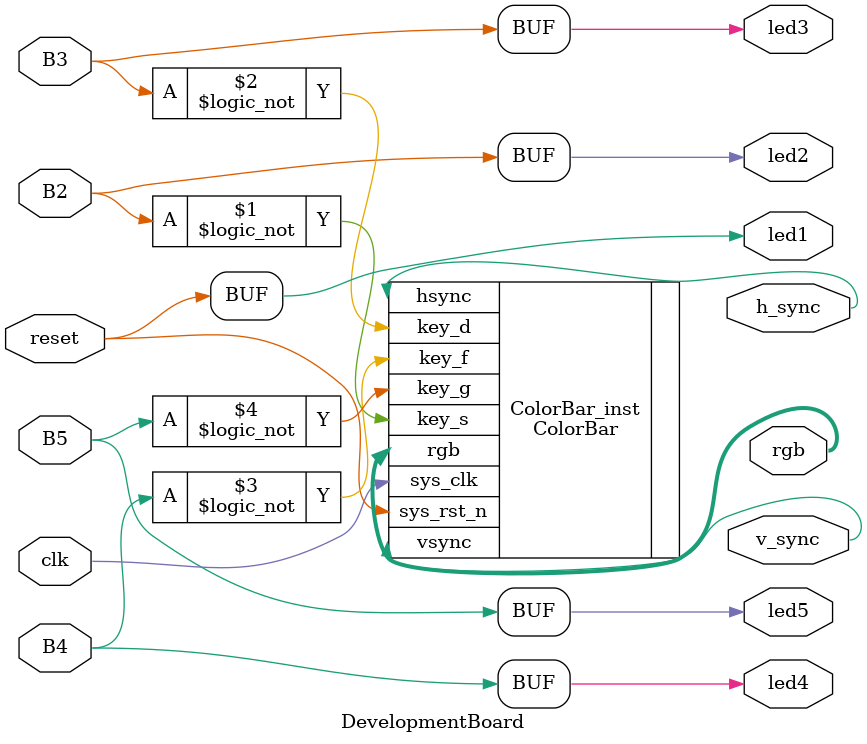
<source format=v>
`timescale 1ns/1ps
module DevelopmentBoard(
    input wire clk,      
    input wire reset,    
    input wire B2,       
    input wire B3,       
    input wire B4,       
    input wire B5,       
    output wire h_sync,  
    output wire v_sync, 
    output wire [15:0] rgb,  
    output wire led1,    
    output wire led2,    
    output wire led3,    
    output wire led4,    
    output wire led5     
);


assign led1 = reset;     
assign led2 = B2;         
assign led3 = B3;          
assign led4 = B4;          
assign led5 = B5;          


ColorBar ColorBar_inst(
    .sys_clk(clk),
    .sys_rst_n(reset),      
    .key_s(!B2),            
    .key_d(!B3),            
    .key_f(!B4),
    .key_g(!B5),
    .hsync(h_sync),
    .vsync(v_sync),
    .rgb(rgb)
);

endmodule


</source>
